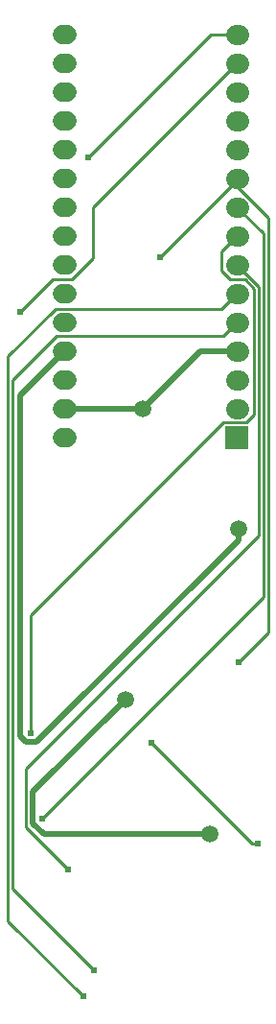
<source format=gbl>
G04 Layer: BottomLayer*
G04 EasyEDA v6.4.25, 2021-11-07T18:49:49+08:00*
G04 d23bd0d7be1842068ba5471e3ed9ef93,bf42d0b733a240ea811a95ecb7acc88b,10*
G04 Gerber Generator version 0.2*
G04 Scale: 100 percent, Rotated: No, Reflected: No *
G04 Dimensions in millimeters *
G04 leading zeros omitted , absolute positions ,4 integer and 5 decimal *
%FSLAX45Y45*%
%MOMM*%

%ADD10C,0.2540*%
%ADD11C,0.5000*%
%ADD12C,1.5000*%
%ADD13C,0.6100*%
%ADD20R,2.1000X2.1000*%
%ADD21C,1.7780*%
%ADD22C,1.7000*%

%LPD*%
D11*
X2124661Y6476001D02*
G01*
X2632661Y6984001D01*
X2961998Y6984001D01*
X1437998Y6476001D02*
G01*
X2124661Y6476001D01*
X1437998Y6984001D02*
G01*
X1043739Y6589742D01*
X1043739Y3584745D01*
X1095225Y3533259D01*
X1188392Y3533259D01*
X2972513Y5317380D01*
X2972513Y5416008D01*
X1977138Y3913751D02*
G01*
X1156769Y3093382D01*
X1156769Y2820713D01*
X1254406Y2723075D01*
X2721841Y2723075D01*
D10*
X2961998Y7492001D02*
G01*
X2825041Y7355044D01*
X1355244Y7355044D01*
X937922Y6937722D01*
X937922Y1956554D01*
X1600634Y1293842D01*
X2961998Y7238001D02*
G01*
X2841830Y7117834D01*
X1369900Y7117834D01*
X978791Y6726725D01*
X978791Y2241389D01*
X1698729Y1521452D01*
X1646913Y8695047D02*
G01*
X2729867Y9778001D01*
X2961998Y9778001D01*
X2961998Y9524001D02*
G01*
X1688848Y8250852D01*
X1688848Y7806910D01*
X1500939Y7619001D01*
X1335813Y7619001D01*
X1048844Y7332032D01*
X1238557Y2862064D02*
G01*
X3194992Y4818499D01*
X3194992Y8021007D01*
X2961998Y8254001D01*
X1135611Y3615072D02*
G01*
X1135611Y4651265D01*
X2839493Y6355148D01*
X3040611Y6355148D01*
X3112340Y6426878D01*
X3112340Y7537823D01*
X3031162Y7619001D01*
X2901317Y7619001D01*
X2825041Y7695277D01*
X2825041Y7863044D01*
X2961998Y8000001D01*
X2961998Y7746001D02*
G01*
X3154123Y7553876D01*
X3154123Y5361068D01*
X1093116Y3300061D01*
X1093116Y2783400D01*
X1464033Y2412484D01*
X3145640Y2638849D02*
G01*
X3092960Y2638849D01*
X2206881Y3524928D01*
X2972513Y4237042D02*
G01*
X3235860Y4500389D01*
X3235860Y8163018D01*
X2932534Y8466345D01*
X2961998Y8508001D02*
G01*
X2932534Y8478537D01*
X2932534Y8466345D01*
X2932534Y8466345D02*
G01*
X2281430Y7815242D01*
D20*
G01*
X2961995Y6222009D03*
D12*
G01*
X2124659Y6476009D03*
G01*
X2721838Y2723083D03*
G01*
X1977136Y3913759D03*
G01*
X2972511Y5416016D03*
D13*
G01*
X1600631Y1293850D03*
G01*
X1698726Y1521460D03*
G01*
X1646910Y8695054D03*
G01*
X1048842Y7332040D03*
G01*
X1238554Y2862071D03*
G01*
X1135608Y3615080D03*
G01*
X1464030Y2412492D03*
G01*
X2206879Y3524935D03*
G01*
X3145637Y2638856D03*
G01*
X2972511Y4237050D03*
G01*
X2281427Y7815249D03*
D21*
X2945894Y6476009D02*
G01*
X2978096Y6476009D01*
X2945894Y6730009D02*
G01*
X2978096Y6730009D01*
X2945894Y6984009D02*
G01*
X2978096Y6984009D01*
X2945894Y7238009D02*
G01*
X2978096Y7238009D01*
X2945894Y7492009D02*
G01*
X2978096Y7492009D01*
X2945894Y7746009D02*
G01*
X2978096Y7746009D01*
X2945894Y8000009D02*
G01*
X2978096Y8000009D01*
X2945894Y8254009D02*
G01*
X2978096Y8254009D01*
X2945894Y8508009D02*
G01*
X2978096Y8508009D01*
X2945894Y8762009D02*
G01*
X2978096Y8762009D01*
X2945894Y9016009D02*
G01*
X2978096Y9016009D01*
X2945894Y9270009D02*
G01*
X2978096Y9270009D01*
X2945894Y9524009D02*
G01*
X2978096Y9524009D01*
X2945894Y9778009D02*
G01*
X2978096Y9778009D01*
D22*
X1417995Y6222009D02*
G01*
X1457995Y6222009D01*
X1417995Y6476009D02*
G01*
X1457995Y6476009D01*
X1417995Y6730009D02*
G01*
X1457995Y6730009D01*
X1417995Y6984009D02*
G01*
X1457995Y6984009D01*
X1417995Y7238009D02*
G01*
X1457995Y7238009D01*
X1417995Y7492009D02*
G01*
X1457995Y7492009D01*
X1417995Y7746009D02*
G01*
X1457995Y7746009D01*
X1417995Y8000009D02*
G01*
X1457995Y8000009D01*
X1417995Y8254009D02*
G01*
X1457995Y8254009D01*
X1417995Y8508009D02*
G01*
X1457995Y8508009D01*
X1417995Y8762009D02*
G01*
X1457995Y8762009D01*
X1417995Y9016009D02*
G01*
X1457995Y9016009D01*
X1417995Y9270009D02*
G01*
X1457995Y9270009D01*
X1417995Y9524009D02*
G01*
X1457995Y9524009D01*
X1417995Y9778009D02*
G01*
X1457995Y9778009D01*
M02*

</source>
